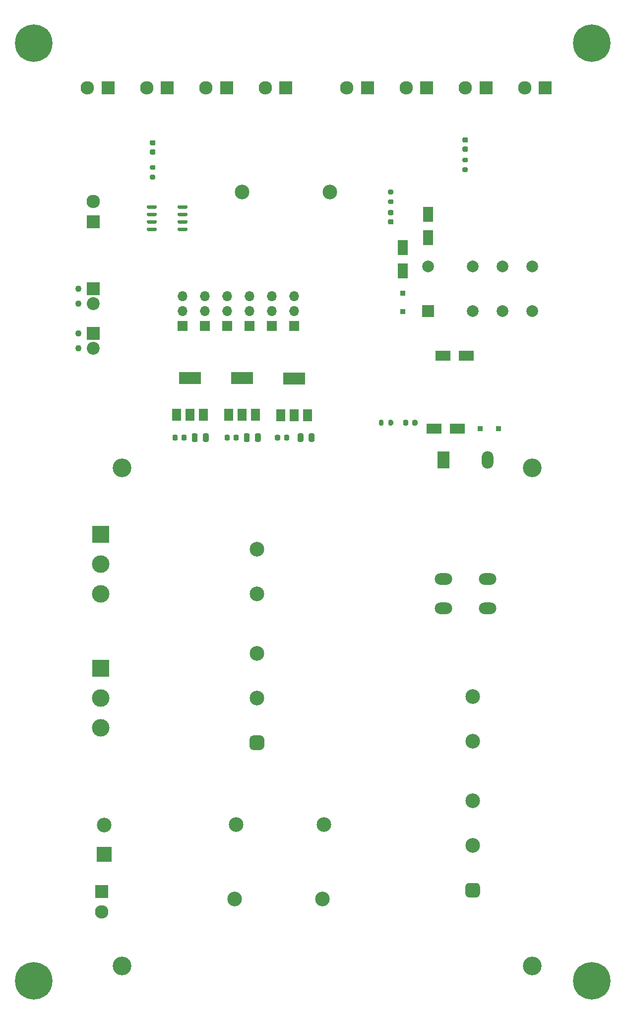
<source format=gbr>
%TF.GenerationSoftware,KiCad,Pcbnew,(5.1.9)-1*%
%TF.CreationDate,2021-03-27T15:00:32-04:00*%
%TF.ProjectId,Power,506f7765-722e-46b6-9963-61645f706362,rev?*%
%TF.SameCoordinates,Original*%
%TF.FileFunction,Soldermask,Top*%
%TF.FilePolarity,Negative*%
%FSLAX46Y46*%
G04 Gerber Fmt 4.6, Leading zero omitted, Abs format (unit mm)*
G04 Created by KiCad (PCBNEW (5.1.9)-1) date 2021-03-27 15:00:32*
%MOMM*%
%LPD*%
G01*
G04 APERTURE LIST*
%ADD10C,6.400000*%
%ADD11C,3.200000*%
%ADD12R,2.500000X1.800000*%
%ADD13R,1.800000X2.500000*%
%ADD14C,2.500000*%
%ADD15C,3.000000*%
%ADD16R,3.000000X3.000000*%
%ADD17R,2.500000X2.500000*%
%ADD18R,2.300000X2.300000*%
%ADD19C,2.300000*%
%ADD20C,1.100000*%
%ADD21C,2.200000*%
%ADD22R,2.200000X2.200000*%
%ADD23R,1.700000X1.700000*%
%ADD24O,1.700000X1.700000*%
%ADD25R,2.000000X3.000000*%
%ADD26O,2.000000X3.000000*%
%ADD27O,3.000000X2.000000*%
%ADD28R,3.800000X2.000000*%
%ADD29R,1.500000X2.000000*%
%ADD30R,2.000000X2.000000*%
%ADD31C,2.000000*%
%ADD32R,0.950000X0.900000*%
%ADD33R,0.900000X0.950000*%
G04 APERTURE END LIST*
D10*
%TO.C,H4*%
X165100000Y-177800000D03*
%TD*%
D11*
%TO.C,REF\u002A\u002A*%
X154940000Y-175260000D03*
%TD*%
%TO.C,REF\u002A\u002A*%
X84940000Y-175260000D03*
%TD*%
%TO.C,REF\u002A\u002A*%
X84940000Y-90260000D03*
%TD*%
%TO.C,REF\u002A\u002A*%
X154940000Y-90260000D03*
%TD*%
%TO.C,C1*%
G36*
G01*
X95080000Y-85340000D02*
X95080000Y-84840000D01*
G75*
G02*
X95305000Y-84615000I225000J0D01*
G01*
X95755000Y-84615000D01*
G75*
G02*
X95980000Y-84840000I0J-225000D01*
G01*
X95980000Y-85340000D01*
G75*
G02*
X95755000Y-85565000I-225000J0D01*
G01*
X95305000Y-85565000D01*
G75*
G02*
X95080000Y-85340000I0J225000D01*
G01*
G37*
G36*
G01*
X93530000Y-85340000D02*
X93530000Y-84840000D01*
G75*
G02*
X93755000Y-84615000I225000J0D01*
G01*
X94205000Y-84615000D01*
G75*
G02*
X94430000Y-84840000I0J-225000D01*
G01*
X94430000Y-85340000D01*
G75*
G02*
X94205000Y-85565000I-225000J0D01*
G01*
X93755000Y-85565000D01*
G75*
G02*
X93530000Y-85340000I0J225000D01*
G01*
G37*
%TD*%
%TO.C,C2*%
G36*
G01*
X103970000Y-85340000D02*
X103970000Y-84840000D01*
G75*
G02*
X104195000Y-84615000I225000J0D01*
G01*
X104645000Y-84615000D01*
G75*
G02*
X104870000Y-84840000I0J-225000D01*
G01*
X104870000Y-85340000D01*
G75*
G02*
X104645000Y-85565000I-225000J0D01*
G01*
X104195000Y-85565000D01*
G75*
G02*
X103970000Y-85340000I0J225000D01*
G01*
G37*
G36*
G01*
X102420000Y-85340000D02*
X102420000Y-84840000D01*
G75*
G02*
X102645000Y-84615000I225000J0D01*
G01*
X103095000Y-84615000D01*
G75*
G02*
X103320000Y-84840000I0J-225000D01*
G01*
X103320000Y-85340000D01*
G75*
G02*
X103095000Y-85565000I-225000J0D01*
G01*
X102645000Y-85565000D01*
G75*
G02*
X102420000Y-85340000I0J225000D01*
G01*
G37*
%TD*%
%TO.C,C3*%
G36*
G01*
X111030000Y-85340000D02*
X111030000Y-84840000D01*
G75*
G02*
X111255000Y-84615000I225000J0D01*
G01*
X111705000Y-84615000D01*
G75*
G02*
X111930000Y-84840000I0J-225000D01*
G01*
X111930000Y-85340000D01*
G75*
G02*
X111705000Y-85565000I-225000J0D01*
G01*
X111255000Y-85565000D01*
G75*
G02*
X111030000Y-85340000I0J225000D01*
G01*
G37*
G36*
G01*
X112580000Y-85340000D02*
X112580000Y-84840000D01*
G75*
G02*
X112805000Y-84615000I225000J0D01*
G01*
X113255000Y-84615000D01*
G75*
G02*
X113480000Y-84840000I0J-225000D01*
G01*
X113480000Y-85340000D01*
G75*
G02*
X113255000Y-85565000I-225000J0D01*
G01*
X112805000Y-85565000D01*
G75*
G02*
X112580000Y-85340000I0J225000D01*
G01*
G37*
%TD*%
%TO.C,D1*%
G36*
G01*
X90426250Y-36785000D02*
X89913750Y-36785000D01*
G75*
G02*
X89695000Y-36566250I0J218750D01*
G01*
X89695000Y-36128750D01*
G75*
G02*
X89913750Y-35910000I218750J0D01*
G01*
X90426250Y-35910000D01*
G75*
G02*
X90645000Y-36128750I0J-218750D01*
G01*
X90645000Y-36566250D01*
G75*
G02*
X90426250Y-36785000I-218750J0D01*
G01*
G37*
G36*
G01*
X90426250Y-35210000D02*
X89913750Y-35210000D01*
G75*
G02*
X89695000Y-34991250I0J218750D01*
G01*
X89695000Y-34553750D01*
G75*
G02*
X89913750Y-34335000I218750J0D01*
G01*
X90426250Y-34335000D01*
G75*
G02*
X90645000Y-34553750I0J-218750D01*
G01*
X90645000Y-34991250D01*
G75*
G02*
X90426250Y-35210000I-218750J0D01*
G01*
G37*
%TD*%
%TO.C,D2*%
G36*
G01*
X143766250Y-34727500D02*
X143253750Y-34727500D01*
G75*
G02*
X143035000Y-34508750I0J218750D01*
G01*
X143035000Y-34071250D01*
G75*
G02*
X143253750Y-33852500I218750J0D01*
G01*
X143766250Y-33852500D01*
G75*
G02*
X143985000Y-34071250I0J-218750D01*
G01*
X143985000Y-34508750D01*
G75*
G02*
X143766250Y-34727500I-218750J0D01*
G01*
G37*
G36*
G01*
X143766250Y-36302500D02*
X143253750Y-36302500D01*
G75*
G02*
X143035000Y-36083750I0J218750D01*
G01*
X143035000Y-35646250D01*
G75*
G02*
X143253750Y-35427500I218750J0D01*
G01*
X143766250Y-35427500D01*
G75*
G02*
X143985000Y-35646250I0J-218750D01*
G01*
X143985000Y-36083750D01*
G75*
G02*
X143766250Y-36302500I-218750J0D01*
G01*
G37*
%TD*%
D12*
%TO.C,D3*%
X139700000Y-71120000D03*
X143700000Y-71120000D03*
%TD*%
D13*
%TO.C,D4*%
X132842000Y-56642000D03*
X132842000Y-52642000D03*
%TD*%
D12*
%TO.C,D5*%
X138176000Y-83566000D03*
X142176000Y-83566000D03*
%TD*%
D13*
%TO.C,D6*%
X137160000Y-50990000D03*
X137160000Y-46990000D03*
%TD*%
%TO.C,D7*%
G36*
G01*
X130553750Y-47822500D02*
X131066250Y-47822500D01*
G75*
G02*
X131285000Y-48041250I0J-218750D01*
G01*
X131285000Y-48478750D01*
G75*
G02*
X131066250Y-48697500I-218750J0D01*
G01*
X130553750Y-48697500D01*
G75*
G02*
X130335000Y-48478750I0J218750D01*
G01*
X130335000Y-48041250D01*
G75*
G02*
X130553750Y-47822500I218750J0D01*
G01*
G37*
G36*
G01*
X130553750Y-46247500D02*
X131066250Y-46247500D01*
G75*
G02*
X131285000Y-46466250I0J-218750D01*
G01*
X131285000Y-46903750D01*
G75*
G02*
X131066250Y-47122500I-218750J0D01*
G01*
X130553750Y-47122500D01*
G75*
G02*
X130335000Y-46903750I0J218750D01*
G01*
X130335000Y-46466250D01*
G75*
G02*
X130553750Y-46247500I218750J0D01*
G01*
G37*
%TD*%
%TO.C,D8*%
G36*
G01*
X135362500Y-82293750D02*
X135362500Y-82806250D01*
G75*
G02*
X135143750Y-83025000I-218750J0D01*
G01*
X134706250Y-83025000D01*
G75*
G02*
X134487500Y-82806250I0J218750D01*
G01*
X134487500Y-82293750D01*
G75*
G02*
X134706250Y-82075000I218750J0D01*
G01*
X135143750Y-82075000D01*
G75*
G02*
X135362500Y-82293750I0J-218750D01*
G01*
G37*
G36*
G01*
X133787500Y-82293750D02*
X133787500Y-82806250D01*
G75*
G02*
X133568750Y-83025000I-218750J0D01*
G01*
X133131250Y-83025000D01*
G75*
G02*
X132912500Y-82806250I0J218750D01*
G01*
X132912500Y-82293750D01*
G75*
G02*
X133131250Y-82075000I218750J0D01*
G01*
X133568750Y-82075000D01*
G75*
G02*
X133787500Y-82293750I0J-218750D01*
G01*
G37*
%TD*%
D14*
%TO.C,FL1*%
X107950000Y-104140000D03*
X107950000Y-111760000D03*
X107950000Y-121920000D03*
X107950000Y-129540000D03*
G36*
G01*
X109200000Y-136535000D02*
X109200000Y-137785000D01*
G75*
G02*
X108575000Y-138410000I-625000J0D01*
G01*
X107325000Y-138410000D01*
G75*
G02*
X106700000Y-137785000I0J625000D01*
G01*
X106700000Y-136535000D01*
G75*
G02*
X107325000Y-135910000I625000J0D01*
G01*
X108575000Y-135910000D01*
G75*
G02*
X109200000Y-136535000I0J-625000D01*
G01*
G37*
%TD*%
%TO.C,FL2*%
G36*
G01*
X146030000Y-161700000D02*
X146030000Y-162950000D01*
G75*
G02*
X145405000Y-163575000I-625000J0D01*
G01*
X144155000Y-163575000D01*
G75*
G02*
X143530000Y-162950000I0J625000D01*
G01*
X143530000Y-161700000D01*
G75*
G02*
X144155000Y-161075000I625000J0D01*
G01*
X145405000Y-161075000D01*
G75*
G02*
X146030000Y-161700000I0J-625000D01*
G01*
G37*
X144780000Y-154705000D03*
X144780000Y-147085000D03*
X144780000Y-136925000D03*
X144780000Y-129305000D03*
%TD*%
D15*
%TO.C,J1*%
X81280000Y-111760000D03*
X81280000Y-106680000D03*
D16*
X81280000Y-101600000D03*
%TD*%
%TO.C,J2*%
X81280000Y-124460000D03*
D15*
X81280000Y-129540000D03*
X81280000Y-134620000D03*
%TD*%
D17*
%TO.C,J3*%
X81880000Y-156210000D03*
D14*
X81880000Y-151210000D03*
%TD*%
D18*
%TO.C,J4*%
X81480000Y-162560000D03*
D19*
X81480000Y-166060000D03*
%TD*%
%TO.C,J5*%
X79050000Y-25400000D03*
D18*
X82550000Y-25400000D03*
%TD*%
D19*
%TO.C,J6*%
X80010000Y-44760000D03*
D18*
X80010000Y-48260000D03*
%TD*%
D20*
%TO.C,J7*%
X77470000Y-62230000D03*
D21*
X80010000Y-62230000D03*
D20*
X77470000Y-59690000D03*
D22*
X80010000Y-59690000D03*
%TD*%
%TO.C,J8*%
X80010000Y-67310000D03*
D20*
X77470000Y-67310000D03*
D21*
X80010000Y-69850000D03*
D20*
X77470000Y-69850000D03*
%TD*%
D18*
%TO.C,J9*%
X92665714Y-25400000D03*
D19*
X89165714Y-25400000D03*
%TD*%
D18*
%TO.C,J10*%
X102781428Y-25400000D03*
D19*
X99281428Y-25400000D03*
%TD*%
%TO.C,J11*%
X109397142Y-25400000D03*
D18*
X112897142Y-25400000D03*
%TD*%
D19*
%TO.C,J12*%
X123322856Y-25400000D03*
D18*
X126822856Y-25400000D03*
%TD*%
%TO.C,J13*%
X136938570Y-25400000D03*
D19*
X133438570Y-25400000D03*
%TD*%
%TO.C,J14*%
X143554284Y-25400000D03*
D18*
X147054284Y-25400000D03*
%TD*%
%TO.C,J15*%
X157170000Y-25400000D03*
D19*
X153670000Y-25400000D03*
%TD*%
D23*
%TO.C,JP1*%
X95250000Y-66040000D03*
D24*
X95250000Y-63500000D03*
X95250000Y-60960000D03*
%TD*%
%TO.C,JP2*%
X99060000Y-60960000D03*
X99060000Y-63500000D03*
D23*
X99060000Y-66040000D03*
%TD*%
%TO.C,JP3*%
X102870000Y-66040000D03*
D24*
X102870000Y-63500000D03*
X102870000Y-60960000D03*
%TD*%
%TO.C,JP4*%
X106680000Y-60960000D03*
X106680000Y-63500000D03*
D23*
X106680000Y-66040000D03*
%TD*%
D24*
%TO.C,JP5*%
X110490000Y-60960000D03*
X110490000Y-63500000D03*
D23*
X110490000Y-66040000D03*
%TD*%
%TO.C,JP6*%
X114300000Y-66040000D03*
D24*
X114300000Y-63500000D03*
X114300000Y-60960000D03*
%TD*%
D25*
%TO.C,K1*%
X139820000Y-88900000D03*
D26*
X147320000Y-88900000D03*
D27*
X139820000Y-109200000D03*
X147320000Y-114240000D03*
X147320000Y-109200000D03*
X139820000Y-114240000D03*
%TD*%
%TO.C,R1*%
G36*
G01*
X89895000Y-40240000D02*
X90445000Y-40240000D01*
G75*
G02*
X90645000Y-40440000I0J-200000D01*
G01*
X90645000Y-40840000D01*
G75*
G02*
X90445000Y-41040000I-200000J0D01*
G01*
X89895000Y-41040000D01*
G75*
G02*
X89695000Y-40840000I0J200000D01*
G01*
X89695000Y-40440000D01*
G75*
G02*
X89895000Y-40240000I200000J0D01*
G01*
G37*
G36*
G01*
X89895000Y-38590000D02*
X90445000Y-38590000D01*
G75*
G02*
X90645000Y-38790000I0J-200000D01*
G01*
X90645000Y-39190000D01*
G75*
G02*
X90445000Y-39390000I-200000J0D01*
G01*
X89895000Y-39390000D01*
G75*
G02*
X89695000Y-39190000I0J200000D01*
G01*
X89695000Y-38790000D01*
G75*
G02*
X89895000Y-38590000I200000J0D01*
G01*
G37*
%TD*%
%TO.C,R2*%
G36*
G01*
X143235000Y-37320000D02*
X143785000Y-37320000D01*
G75*
G02*
X143985000Y-37520000I0J-200000D01*
G01*
X143985000Y-37920000D01*
G75*
G02*
X143785000Y-38120000I-200000J0D01*
G01*
X143235000Y-38120000D01*
G75*
G02*
X143035000Y-37920000I0J200000D01*
G01*
X143035000Y-37520000D01*
G75*
G02*
X143235000Y-37320000I200000J0D01*
G01*
G37*
G36*
G01*
X143235000Y-38970000D02*
X143785000Y-38970000D01*
G75*
G02*
X143985000Y-39170000I0J-200000D01*
G01*
X143985000Y-39570000D01*
G75*
G02*
X143785000Y-39770000I-200000J0D01*
G01*
X143235000Y-39770000D01*
G75*
G02*
X143035000Y-39570000I0J200000D01*
G01*
X143035000Y-39170000D01*
G75*
G02*
X143235000Y-38970000I200000J0D01*
G01*
G37*
%TD*%
%TO.C,R3*%
G36*
G01*
X131085000Y-43580000D02*
X130535000Y-43580000D01*
G75*
G02*
X130335000Y-43380000I0J200000D01*
G01*
X130335000Y-42980000D01*
G75*
G02*
X130535000Y-42780000I200000J0D01*
G01*
X131085000Y-42780000D01*
G75*
G02*
X131285000Y-42980000I0J-200000D01*
G01*
X131285000Y-43380000D01*
G75*
G02*
X131085000Y-43580000I-200000J0D01*
G01*
G37*
G36*
G01*
X131085000Y-45230000D02*
X130535000Y-45230000D01*
G75*
G02*
X130335000Y-45030000I0J200000D01*
G01*
X130335000Y-44630000D01*
G75*
G02*
X130535000Y-44430000I200000J0D01*
G01*
X131085000Y-44430000D01*
G75*
G02*
X131285000Y-44630000I0J-200000D01*
G01*
X131285000Y-45030000D01*
G75*
G02*
X131085000Y-45230000I-200000J0D01*
G01*
G37*
%TD*%
%TO.C,R4*%
G36*
G01*
X131210000Y-82275000D02*
X131210000Y-82825000D01*
G75*
G02*
X131010000Y-83025000I-200000J0D01*
G01*
X130610000Y-83025000D01*
G75*
G02*
X130410000Y-82825000I0J200000D01*
G01*
X130410000Y-82275000D01*
G75*
G02*
X130610000Y-82075000I200000J0D01*
G01*
X131010000Y-82075000D01*
G75*
G02*
X131210000Y-82275000I0J-200000D01*
G01*
G37*
G36*
G01*
X129560000Y-82275000D02*
X129560000Y-82825000D01*
G75*
G02*
X129360000Y-83025000I-200000J0D01*
G01*
X128960000Y-83025000D01*
G75*
G02*
X128760000Y-82825000I0J200000D01*
G01*
X128760000Y-82275000D01*
G75*
G02*
X128960000Y-82075000I200000J0D01*
G01*
X129360000Y-82075000D01*
G75*
G02*
X129560000Y-82275000I0J-200000D01*
G01*
G37*
%TD*%
%TO.C,U2*%
G36*
G01*
X96075000Y-49380000D02*
X96075000Y-49680000D01*
G75*
G02*
X95925000Y-49830000I-150000J0D01*
G01*
X94575000Y-49830000D01*
G75*
G02*
X94425000Y-49680000I0J150000D01*
G01*
X94425000Y-49380000D01*
G75*
G02*
X94575000Y-49230000I150000J0D01*
G01*
X95925000Y-49230000D01*
G75*
G02*
X96075000Y-49380000I0J-150000D01*
G01*
G37*
G36*
G01*
X96075000Y-48110000D02*
X96075000Y-48410000D01*
G75*
G02*
X95925000Y-48560000I-150000J0D01*
G01*
X94575000Y-48560000D01*
G75*
G02*
X94425000Y-48410000I0J150000D01*
G01*
X94425000Y-48110000D01*
G75*
G02*
X94575000Y-47960000I150000J0D01*
G01*
X95925000Y-47960000D01*
G75*
G02*
X96075000Y-48110000I0J-150000D01*
G01*
G37*
G36*
G01*
X96075000Y-46840000D02*
X96075000Y-47140000D01*
G75*
G02*
X95925000Y-47290000I-150000J0D01*
G01*
X94575000Y-47290000D01*
G75*
G02*
X94425000Y-47140000I0J150000D01*
G01*
X94425000Y-46840000D01*
G75*
G02*
X94575000Y-46690000I150000J0D01*
G01*
X95925000Y-46690000D01*
G75*
G02*
X96075000Y-46840000I0J-150000D01*
G01*
G37*
G36*
G01*
X96075000Y-45570000D02*
X96075000Y-45870000D01*
G75*
G02*
X95925000Y-46020000I-150000J0D01*
G01*
X94575000Y-46020000D01*
G75*
G02*
X94425000Y-45870000I0J150000D01*
G01*
X94425000Y-45570000D01*
G75*
G02*
X94575000Y-45420000I150000J0D01*
G01*
X95925000Y-45420000D01*
G75*
G02*
X96075000Y-45570000I0J-150000D01*
G01*
G37*
G36*
G01*
X90825000Y-45570000D02*
X90825000Y-45870000D01*
G75*
G02*
X90675000Y-46020000I-150000J0D01*
G01*
X89325000Y-46020000D01*
G75*
G02*
X89175000Y-45870000I0J150000D01*
G01*
X89175000Y-45570000D01*
G75*
G02*
X89325000Y-45420000I150000J0D01*
G01*
X90675000Y-45420000D01*
G75*
G02*
X90825000Y-45570000I0J-150000D01*
G01*
G37*
G36*
G01*
X90825000Y-46840000D02*
X90825000Y-47140000D01*
G75*
G02*
X90675000Y-47290000I-150000J0D01*
G01*
X89325000Y-47290000D01*
G75*
G02*
X89175000Y-47140000I0J150000D01*
G01*
X89175000Y-46840000D01*
G75*
G02*
X89325000Y-46690000I150000J0D01*
G01*
X90675000Y-46690000D01*
G75*
G02*
X90825000Y-46840000I0J-150000D01*
G01*
G37*
G36*
G01*
X90825000Y-48110000D02*
X90825000Y-48410000D01*
G75*
G02*
X90675000Y-48560000I-150000J0D01*
G01*
X89325000Y-48560000D01*
G75*
G02*
X89175000Y-48410000I0J150000D01*
G01*
X89175000Y-48110000D01*
G75*
G02*
X89325000Y-47960000I150000J0D01*
G01*
X90675000Y-47960000D01*
G75*
G02*
X90825000Y-48110000I0J-150000D01*
G01*
G37*
G36*
G01*
X90825000Y-49380000D02*
X90825000Y-49680000D01*
G75*
G02*
X90675000Y-49830000I-150000J0D01*
G01*
X89325000Y-49830000D01*
G75*
G02*
X89175000Y-49680000I0J150000D01*
G01*
X89175000Y-49380000D01*
G75*
G02*
X89325000Y-49230000I150000J0D01*
G01*
X90675000Y-49230000D01*
G75*
G02*
X90825000Y-49380000I0J-150000D01*
G01*
G37*
%TD*%
D28*
%TO.C,U3*%
X96520000Y-74930000D03*
D29*
X96520000Y-81230000D03*
X98820000Y-81230000D03*
X94220000Y-81230000D03*
%TD*%
D28*
%TO.C,U4*%
X105410000Y-74930000D03*
D29*
X105410000Y-81230000D03*
X107710000Y-81230000D03*
X103110000Y-81230000D03*
%TD*%
%TO.C,U5*%
X112000000Y-81280000D03*
X116600000Y-81280000D03*
X114300000Y-81280000D03*
D28*
X114300000Y-74980000D03*
%TD*%
D30*
%TO.C,RLY1*%
X137160000Y-63500000D03*
D31*
X137160000Y-55880000D03*
X144780000Y-63500000D03*
X149860000Y-63500000D03*
X154940000Y-63500000D03*
X144780000Y-55880000D03*
X149860000Y-55880000D03*
X154940000Y-55880000D03*
%TD*%
D32*
%TO.C,Z1*%
X132842000Y-63602000D03*
X132842000Y-60452000D03*
%TD*%
D33*
%TO.C,Z2*%
X146050000Y-83566000D03*
X149200000Y-83566000D03*
%TD*%
D14*
%TO.C,F1*%
X105410000Y-43180000D03*
X120410000Y-43180000D03*
%TD*%
%TO.C,F2*%
X104380000Y-151130000D03*
X119380000Y-151130000D03*
%TD*%
%TO.C,F3*%
X119140000Y-163830000D03*
X104140000Y-163830000D03*
%TD*%
D10*
%TO.C,H1*%
X69850000Y-17780000D03*
%TD*%
%TO.C,H2*%
X165100000Y-17780000D03*
%TD*%
%TO.C,H3*%
X69850000Y-177800000D03*
%TD*%
%TO.C,C4*%
G36*
G01*
X99735000Y-84615000D02*
X99735000Y-85565000D01*
G75*
G02*
X99485000Y-85815000I-250000J0D01*
G01*
X98985000Y-85815000D01*
G75*
G02*
X98735000Y-85565000I0J250000D01*
G01*
X98735000Y-84615000D01*
G75*
G02*
X98985000Y-84365000I250000J0D01*
G01*
X99485000Y-84365000D01*
G75*
G02*
X99735000Y-84615000I0J-250000D01*
G01*
G37*
G36*
G01*
X97835000Y-84615000D02*
X97835000Y-85565000D01*
G75*
G02*
X97585000Y-85815000I-250000J0D01*
G01*
X97085000Y-85815000D01*
G75*
G02*
X96835000Y-85565000I0J250000D01*
G01*
X96835000Y-84615000D01*
G75*
G02*
X97085000Y-84365000I250000J0D01*
G01*
X97585000Y-84365000D01*
G75*
G02*
X97835000Y-84615000I0J-250000D01*
G01*
G37*
%TD*%
%TO.C,C5*%
G36*
G01*
X106725000Y-84615000D02*
X106725000Y-85565000D01*
G75*
G02*
X106475000Y-85815000I-250000J0D01*
G01*
X105975000Y-85815000D01*
G75*
G02*
X105725000Y-85565000I0J250000D01*
G01*
X105725000Y-84615000D01*
G75*
G02*
X105975000Y-84365000I250000J0D01*
G01*
X106475000Y-84365000D01*
G75*
G02*
X106725000Y-84615000I0J-250000D01*
G01*
G37*
G36*
G01*
X108625000Y-84615000D02*
X108625000Y-85565000D01*
G75*
G02*
X108375000Y-85815000I-250000J0D01*
G01*
X107875000Y-85815000D01*
G75*
G02*
X107625000Y-85565000I0J250000D01*
G01*
X107625000Y-84615000D01*
G75*
G02*
X107875000Y-84365000I250000J0D01*
G01*
X108375000Y-84365000D01*
G75*
G02*
X108625000Y-84615000I0J-250000D01*
G01*
G37*
%TD*%
%TO.C,C6*%
G36*
G01*
X117795000Y-84615000D02*
X117795000Y-85565000D01*
G75*
G02*
X117545000Y-85815000I-250000J0D01*
G01*
X117045000Y-85815000D01*
G75*
G02*
X116795000Y-85565000I0J250000D01*
G01*
X116795000Y-84615000D01*
G75*
G02*
X117045000Y-84365000I250000J0D01*
G01*
X117545000Y-84365000D01*
G75*
G02*
X117795000Y-84615000I0J-250000D01*
G01*
G37*
G36*
G01*
X115895000Y-84615000D02*
X115895000Y-85565000D01*
G75*
G02*
X115645000Y-85815000I-250000J0D01*
G01*
X115145000Y-85815000D01*
G75*
G02*
X114895000Y-85565000I0J250000D01*
G01*
X114895000Y-84615000D01*
G75*
G02*
X115145000Y-84365000I250000J0D01*
G01*
X115645000Y-84365000D01*
G75*
G02*
X115895000Y-84615000I0J-250000D01*
G01*
G37*
%TD*%
M02*

</source>
